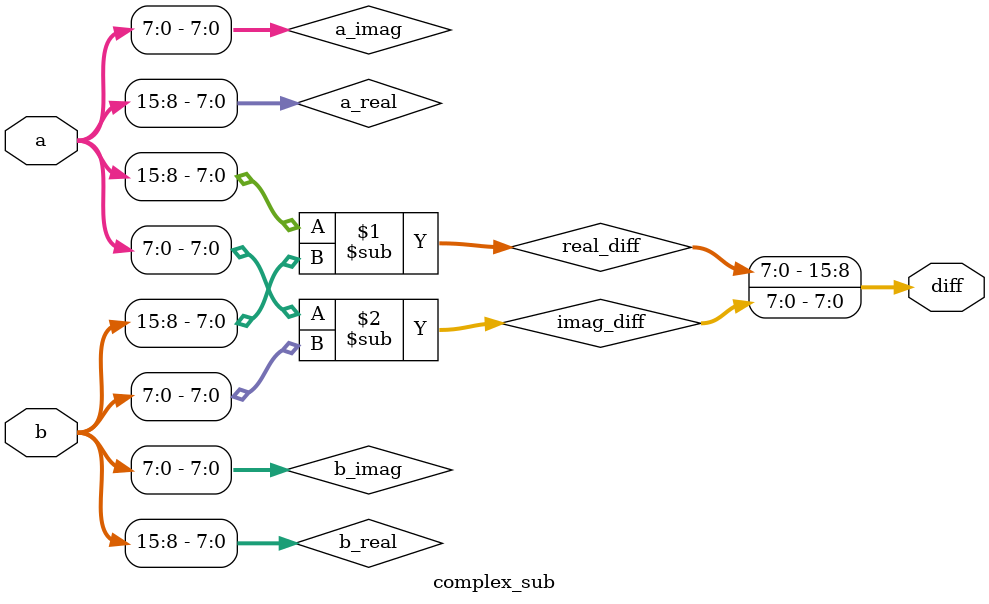
<source format=v>
module complex_sub(
    input signed [15:0] a, b,
    output signed [15:0] diff
);
    wire signed [7:0] a_real = a[15:8];
    wire signed [7:0] a_imag = a[7:0];
    wire signed [7:0] b_real = b[15:8];
    wire signed [7:0] b_imag = b[7:0];

    wire signed [8:0] real_diff = a_real - b_real;
    wire signed [8:0] imag_diff = a_imag - b_imag;

    assign diff = {real_diff[7:0], imag_diff[7:0]};
endmodule

</source>
